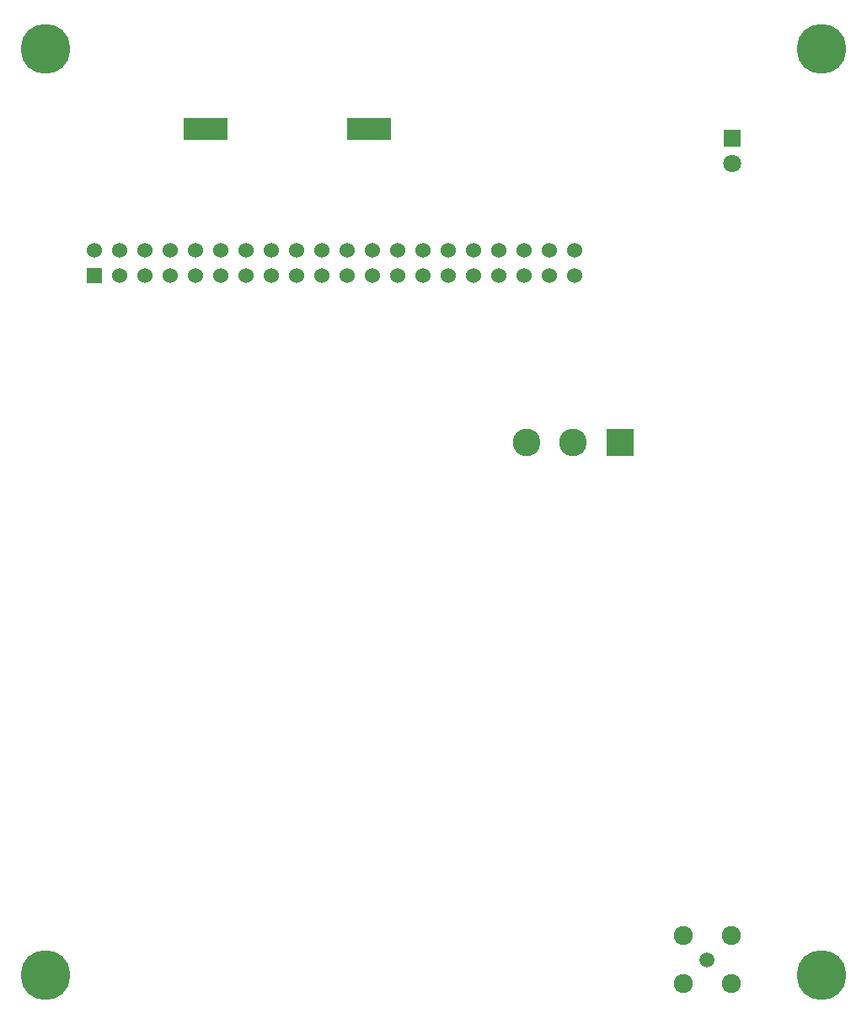
<source format=gbr>
%TF.GenerationSoftware,KiCad,Pcbnew,(6.0.7)*%
%TF.CreationDate,2022-12-07T20:14:59-06:00*%
%TF.ProjectId,Narwal_v1,4e617277-616c-45f7-9631-2e6b69636164,1*%
%TF.SameCoordinates,Original*%
%TF.FileFunction,Soldermask,Bot*%
%TF.FilePolarity,Negative*%
%FSLAX46Y46*%
G04 Gerber Fmt 4.6, Leading zero omitted, Abs format (unit mm)*
G04 Created by KiCad (PCBNEW (6.0.7)) date 2022-12-07 20:14:59*
%MOMM*%
%LPD*%
G01*
G04 APERTURE LIST*
%ADD10C,1.800000*%
%ADD11R,1.800000X1.800000*%
%ADD12C,2.775000*%
%ADD13R,2.775000X2.775000*%
%ADD14C,5.000000*%
%ADD15C,1.524000*%
%ADD16R,1.524000X1.524000*%
%ADD17C,1.920000*%
%ADD18C,1.508000*%
%ADD19R,4.500000X2.300000*%
G04 APERTURE END LIST*
D10*
%TO.C,D1*%
X172500000Y-65040000D03*
D11*
X172500000Y-62500000D03*
%TD*%
D12*
%TO.C,S1*%
X156500000Y-93000000D03*
D13*
X161200000Y-93000000D03*
D12*
X151800000Y-93000000D03*
%TD*%
D14*
%TO.C,H4*%
X103500000Y-146500000D03*
%TD*%
%TO.C,H3*%
X181500000Y-146500000D03*
%TD*%
%TO.C,H2*%
X181500000Y-53500000D03*
%TD*%
%TO.C,H1*%
X103500000Y-53500000D03*
%TD*%
D15*
%TO.C,A1*%
X156630000Y-73730000D03*
X156630000Y-76270000D03*
X154090000Y-73730000D03*
X154090000Y-76270000D03*
X151550000Y-73730000D03*
X151550000Y-76270000D03*
X149010000Y-73730000D03*
X149010000Y-76270000D03*
X146470000Y-73730000D03*
X146470000Y-76270000D03*
X143930000Y-73730000D03*
X143930000Y-76270000D03*
X141390000Y-73730000D03*
X141390000Y-76270000D03*
X138850000Y-73730000D03*
X138850000Y-76270000D03*
X136310000Y-73730000D03*
X136310000Y-76270000D03*
X133770000Y-73730000D03*
X133770000Y-76270000D03*
X131230000Y-73730000D03*
X131230000Y-76270000D03*
X128690000Y-73730000D03*
X128690000Y-76270000D03*
X126150000Y-73730000D03*
X126150000Y-76270000D03*
X123610000Y-73730000D03*
X123610000Y-76270000D03*
X121070000Y-73730000D03*
X121070000Y-76270000D03*
X118530000Y-73730000D03*
X118530000Y-76270000D03*
X115990000Y-73730000D03*
X115990000Y-76270000D03*
X113450000Y-73730000D03*
X113450000Y-76270000D03*
X110910000Y-73730000D03*
X110910000Y-76270000D03*
X108370000Y-73730000D03*
D16*
X108370000Y-76270000D03*
%TD*%
D17*
%TO.C,J3*%
X172400000Y-142600000D03*
X172400000Y-147400000D03*
X167600000Y-147400000D03*
X167600000Y-142600000D03*
D18*
X170000000Y-145000000D03*
%TD*%
D19*
%TO.C,BT1*%
X135975000Y-61500000D03*
X119575000Y-61500000D03*
%TD*%
M02*

</source>
